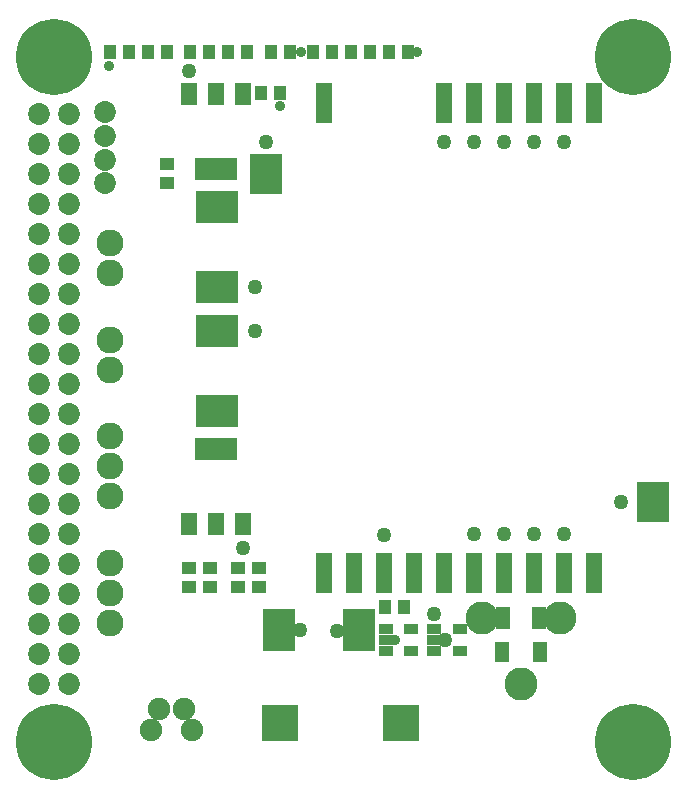
<source format=gbr>
G04 GENERATED BY PULSONIX 11.0 GERBER.DLL 8468*
G04 #@! TF.GenerationSoftware,Pulsonix,Pulsonix,11.0.8468*
G04 #@! TF.CreationDate,2022-02-02T18:24:52+05:00*
G04 #@! TF.Part,Single*
%INCSPAM*%
%LNSOLDER MASK TOP*%
%FSLAX35Y35*%
%LPD*%
%MOIN*%
G04 #@! TF.FileFunction,Soldermask,Top*
G04 #@! TF.FilePolarity,Negative*
G04 #@! TA.AperFunction,ViaPad*
%ADD26C,0.03600*%
%ADD143C,0.05000*%
G04 #@! TA.AperFunction,ComponentPad*
%ADD144C,0.07299*%
%ADD145C,0.25409*%
%ADD146C,0.11000*%
%ADD147C,0.09000*%
%ADD148C,0.07496*%
G04 #@! TA.AperFunction,SMDPad,CuDef*
%ADD171R,0.05724X0.13598*%
%ADD172R,0.10843X0.13598*%
%ADD173R,0.12496X0.11984*%
%ADD174R,0.04150X0.04543*%
%ADD175R,0.04543X0.04150*%
%ADD176R,0.04937X0.03756*%
%ADD177R,0.10843X0.13992*%
%ADD178R,0.13992X0.10843*%
%ADD179R,0.04543X0.03756*%
%ADD180R,0.04543X0.07299*%
%ADD181R,0.04937X0.06906*%
%ADD182R,0.05724X0.07299*%
%ADD183R,0.13992X0.07299*%
G04 #@! TD.AperFunction*
X0Y0D02*
D02*
D26*
X357047Y88951D03*
X318859Y266904D03*
X261771Y280290D03*
X364528Y285014D03*
X325945D03*
D02*
D143*
X373976Y88951D03*
X337756Y92099D03*
X325551Y92495D03*
X370041Y97613D03*
X306654Y119660D03*
X353583Y123991D03*
X413583Y124384D03*
X403583D03*
X393583D03*
X383583D03*
X432638Y135014D03*
X310591Y192101D03*
Y206668D03*
X413583Y255093D03*
X403583D03*
X393583D03*
X383583D03*
X373583D03*
X314055D03*
X288543Y278715D03*
D02*
D144*
X248661Y74266D03*
X238661D03*
X248661Y84266D03*
X238661D03*
X248661Y94266D03*
X238661D03*
X248661Y104266D03*
X238661D03*
X248661Y114266D03*
X238661D03*
X248661Y124266D03*
X238661D03*
X248661Y134266D03*
X238661D03*
X248661Y144266D03*
X238661D03*
X248661Y154266D03*
X238661D03*
X248661Y164266D03*
X238661D03*
X248661Y174266D03*
X238661D03*
X248661Y184266D03*
X238661D03*
X248661Y194266D03*
X238661D03*
X248661Y204266D03*
X238661D03*
X248661Y214266D03*
X238661D03*
X248661Y224266D03*
X238661D03*
X248661Y234266D03*
X238661D03*
X260591Y241313D03*
X248661Y244266D03*
X238661D03*
X260591Y249187D03*
X248661Y254266D03*
X238661D03*
X260591Y257061D03*
X248661Y264266D03*
X238661D03*
X260591Y264936D03*
D02*
D145*
X436575Y55093D03*
X243661D03*
X436575Y283439D03*
X243661D03*
D02*
D146*
X399173Y74384D03*
X412173Y96384D03*
X386173D03*
D02*
D147*
X262165Y94857D03*
Y104857D03*
Y114857D03*
Y136983D03*
Y146983D03*
Y156983D03*
Y179109D03*
Y189109D03*
Y211392D03*
Y221392D03*
D02*
D148*
X289331Y59030D03*
X275945D03*
X286870Y65920D03*
X278406D03*
D02*
D171*
X423583Y111392D03*
X413583D03*
X403583D03*
X393583D03*
X383583D03*
X373583D03*
X363583D03*
X353583D03*
X343583D03*
X333583D03*
X423583Y268085D03*
X413583D03*
X403583D03*
X393583D03*
X383583D03*
X373583D03*
X333583D03*
D02*
D172*
X443268Y135014D03*
X314055Y244463D03*
D02*
D173*
X359193Y61392D03*
X318681D03*
D02*
D174*
X360197Y99975D03*
X353897D03*
X318859Y271235D03*
X312559D03*
X361378Y285014D03*
X355078D03*
X348780D03*
X342480D03*
X336181D03*
X329881D03*
X322008D03*
X315708D03*
X307835D03*
X301535D03*
X295237D03*
X288937D03*
X281063D03*
X274763D03*
X268465D03*
X262165D03*
D02*
D175*
X311772Y106667D03*
X304685D03*
X295630D03*
X288543D03*
X311772Y112967D03*
X304685D03*
X295630D03*
X288543D03*
X281063Y241313D03*
Y247613D03*
D02*
D176*
X378699Y85211D03*
X370041D03*
Y88951D03*
X378699Y92691D03*
X370041D03*
D02*
D177*
X345236Y92495D03*
X318465D03*
D02*
D178*
X297992Y165329D03*
Y192101D03*
Y206668D03*
Y233439D03*
D02*
D179*
X362362Y85211D03*
X354094D03*
Y88951D03*
X362362Y92691D03*
X354094D03*
D02*
D180*
X405275Y96432D03*
X393071D03*
D02*
D181*
X405472Y85014D03*
X392874D03*
D02*
D182*
X306654Y127731D03*
X297598D03*
X288543D03*
X306654Y271038D03*
X297598D03*
X288543D03*
D02*
D183*
X297598Y152731D03*
Y246038D03*
X0Y0D02*
M02*

</source>
